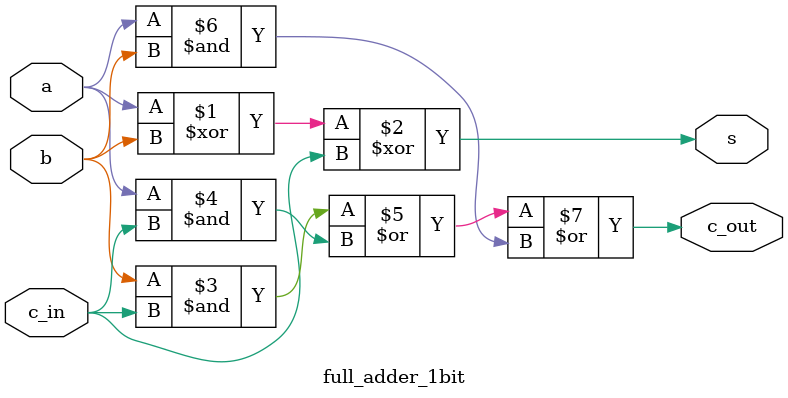
<source format=v>
module full_adder_1bit(input a, b, c_in, output c_out, s);

    assign s = a^b^c_in;
    assign c_out = b & c_in | a & c_in | a & b;


endmodule
</source>
